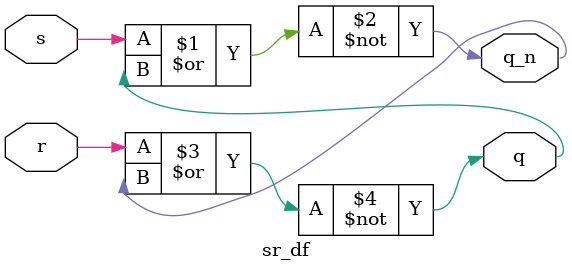
<source format=v>
module sr_df (s, r, q, q_n); 
input s, r;
output q, q_n; 
assign q_n = ~(s | q); 
assign q = ~(r | q_n); 
endmodule

</source>
